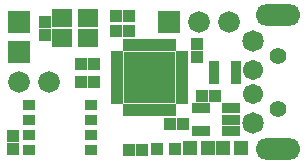
<source format=gts>
G04 #@! TF.FileFunction,Soldermask,Top*
%FSLAX46Y46*%
G04 Gerber Fmt 4.6, Leading zero omitted, Abs format (unit mm)*
G04 Created by KiCad (PCBNEW 4.0.2+dfsg1-stable) date Thu 01 Sep 2016 08:28:52 AM JST*
%MOMM*%
G01*
G04 APERTURE LIST*
%ADD10C,0.150000*%
%ADD11R,1.828800X1.828800*%
%ADD12C,1.828800*%
%ADD13R,0.805180X0.703580*%
%ADD14R,1.054100X0.805180*%
%ADD15R,1.503680X0.853440*%
%ADD16R,1.102360X1.102360*%
%ADD17O,3.804920X1.805940*%
%ADD18C,1.704340*%
%ADD19C,1.823720*%
%ADD20C,1.404620*%
%ADD21R,2.209800X2.209800*%
%ADD22R,1.054100X0.604520*%
%ADD23R,0.604520X1.054100*%
%ADD24R,1.701800X1.498600*%
%ADD25R,1.003300X1.104900*%
%ADD26R,1.104900X1.003300*%
%ADD27R,1.203960X1.305560*%
G04 APERTURE END LIST*
D10*
D11*
X-7112000Y5080000D03*
D12*
X-4572000Y5080000D03*
X-2032000Y5080000D03*
D13*
X-3337560Y1463040D03*
X-3337560Y812800D03*
X-3337560Y162560D03*
X-1437640Y162560D03*
X-1437640Y812800D03*
X-1437640Y1463040D03*
D14*
X-13759180Y-3175000D03*
X-13759180Y-1905000D03*
X-13759180Y-4445000D03*
X-19006820Y-1905000D03*
X-19006820Y-3175000D03*
X-19006820Y-4445000D03*
X-19006820Y-5715000D03*
X-13759180Y-5715000D03*
D12*
X-19812000Y0D03*
X-17272000Y0D03*
D11*
X-19812000Y5080000D03*
X-19812000Y2540000D03*
D15*
X-1851660Y-4124960D03*
X-1851660Y-3175000D03*
X-1851660Y-2225040D03*
X-4447540Y-2225040D03*
X-4449600Y-4125000D03*
D16*
X-8115300Y-5689600D03*
X-6616700Y-5689600D03*
D17*
X2100580Y5699760D03*
X2100580Y-5699760D03*
D18*
X0Y-1000760D03*
X0Y1000760D03*
D19*
X0Y-3500120D03*
X0Y3500120D03*
D20*
X2100580Y-2250440D03*
X2100580Y2250440D03*
D21*
X-9829800Y-660400D03*
X-7747000Y-660400D03*
X-7747000Y1422400D03*
D22*
X-11564620Y2382520D03*
X-11564620Y1882140D03*
X-11564620Y1381760D03*
X-11564620Y881380D03*
X-11564620Y381000D03*
X-11564620Y-119380D03*
X-11564620Y-619760D03*
X-11564620Y-1120140D03*
X-11564620Y-1620520D03*
D23*
X-10789920Y-2395220D03*
X-10289540Y-2395220D03*
X-9789160Y-2395220D03*
X-9288780Y-2395220D03*
X-8788400Y-2395220D03*
X-8288020Y-2395220D03*
X-7787640Y-2395220D03*
X-7287260Y-2395220D03*
X-6786880Y-2395220D03*
D22*
X-6012180Y-1620520D03*
X-6012180Y-1120140D03*
X-6012180Y-619760D03*
X-6012180Y-119380D03*
X-6012180Y381000D03*
X-6012180Y881380D03*
X-6012180Y1381760D03*
X-6012180Y1882140D03*
X-6012180Y2382520D03*
D23*
X-6786880Y3157220D03*
X-7287260Y3157220D03*
X-7787640Y3157220D03*
X-8288020Y3157220D03*
X-8788400Y3157220D03*
X-9288780Y3157220D03*
X-9789160Y3157220D03*
X-10289540Y3157220D03*
X-10789920Y3157220D03*
D21*
X-9829800Y1422400D03*
D24*
X-16212820Y3721100D03*
X-16212820Y5422900D03*
X-14013180Y5422900D03*
X-14013180Y3721100D03*
D25*
X-20320000Y-5679440D03*
X-20320000Y-4582160D03*
D26*
X-4358640Y-1168400D03*
X-3261360Y-1168400D03*
D25*
X-17627600Y4023360D03*
X-17627600Y5120640D03*
D26*
X-14569440Y0D03*
X-13472160Y0D03*
X-10525760Y4368800D03*
X-11623040Y4368800D03*
X-7025640Y-3556000D03*
X-5928360Y-3556000D03*
D25*
X-4800600Y2092960D03*
X-4800600Y3190240D03*
D26*
X-11623040Y5588000D03*
X-10525760Y5588000D03*
X-13472160Y1524000D03*
X-14569440Y1524000D03*
X-9382760Y-5740400D03*
X-10480040Y-5740400D03*
D27*
X-5323840Y-5588000D03*
X-3820160Y-5588000D03*
X-1026160Y-5588000D03*
X-2529840Y-5588000D03*
M02*

</source>
